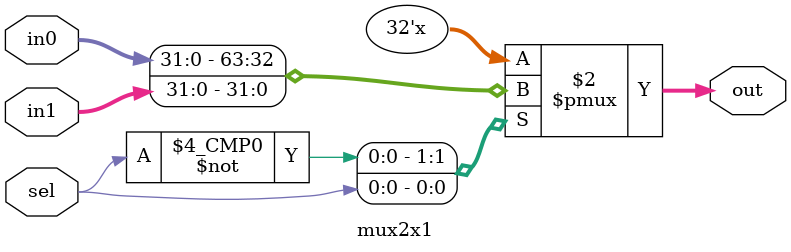
<source format=sv>
module mux2x1(
 input  logic [31:0] in0,
 input  logic [31:0] in1,
 input  logic        sel,
 output logic [31:0] out
 );

always_comb begin : proc_mux2
  out = 32'b0;
 case(sel)
  1'b0: out = in0;
  1'b1: out = in1;
 endcase
end

endmodule : mux2x1

</source>
